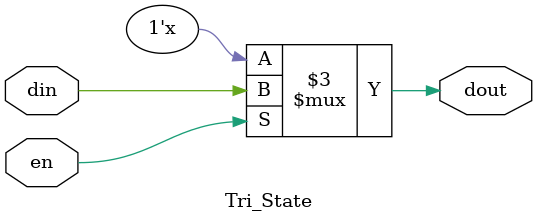
<source format=v>
`timescale 1ns / 1ps

module Tri_State(
    input din,
    input en,
    output reg dout
    );

always @(din or en)
    if (en)
        dout <= din;
    else
        dout <= 1'bz;

// 数据流描述
// assign dout = en ? din : 1'bz;
endmodule
</source>
